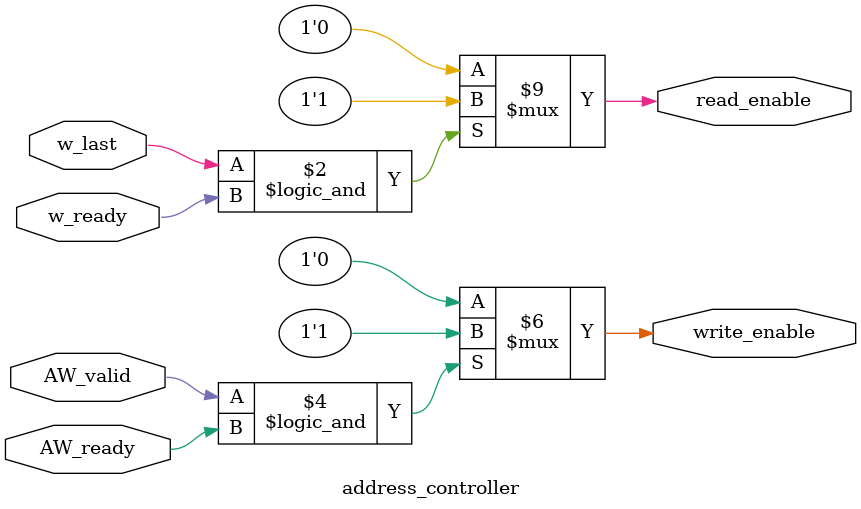
<source format=sv>
module address_controller (
input AW_valid ,
input AW_ready ,
input w_last  ,
input w_ready ,
output reg read_enable , write_enable ) ;



//////////////////////////// read_enable generation 
always @ (*)
begin 
  if (w_last && w_ready )
  read_enable = 1 ;
  else
  read_enable =  0;   
end
  
////////////////////////// write_enable geneation    
always @ (*)
begin 
  if (AW_valid && AW_ready)
  write_enable = 1 ;
  else  
  write_enable = 0 ;
end  
endmodule   
  
  
  
  
</source>
